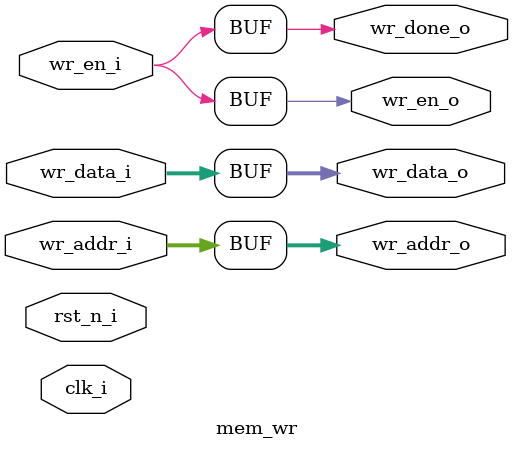
<source format=sv>
/*
 * mem_wr.sv
 *
 *  Created on: 2020-08-05 12:57
 *      Author: Jack Chen <redchenjs@live.com>
 */

module mem_wr #(
    parameter XLEN = 32
) (
    input logic clk_i,
    input logic rst_n_i,

    input logic            wr_en_i,
    input logic [XLEN-1:0] wr_addr_i,
    input logic [XLEN-1:0] wr_data_i,

    output logic            wr_en_o,
    output logic [XLEN-1:0] wr_addr_o,
    output logic [XLEN-1:0] wr_data_o,

    output logic wr_done_o
);

assign wr_en_o   = wr_en_i;
assign wr_addr_o = wr_addr_i;
assign wr_data_o = wr_data_i;

assign wr_done_o = wr_en_i;

endmodule

</source>
